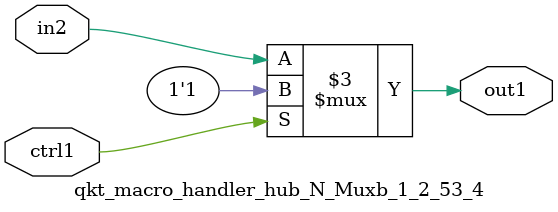
<source format=v>

`timescale 1ps / 1ps


module qkt_macro_handler_hub_N_Muxb_1_2_53_4( in2, ctrl1, out1 );

    input in2;
    input ctrl1;
    output out1;
    reg out1;

    
    // rtl_process:qkt_macro_handler_hub_N_Muxb_1_2_53_4/qkt_macro_handler_hub_N_Muxb_1_2_53_4_thread_1
    always @*
      begin : qkt_macro_handler_hub_N_Muxb_1_2_53_4_thread_1
        case (ctrl1) 
          1'b1: 
            begin
              out1 = 1'b1;
            end
          default: 
            begin
              out1 = in2;
            end
        endcase
      end

endmodule





</source>
